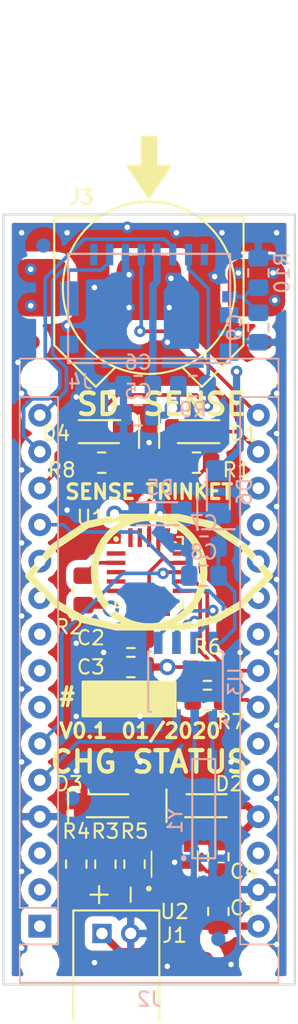
<source format=kicad_pcb>
(kicad_pcb (version 20171130) (host pcbnew 5.0.2-bee76a0~70~ubuntu18.04.1)
  (layers (0 F.Cu signal) (1 In1.Cu signal hide) (2 In2.Cu signal hide) (31 B.Cu signal hide) (34 B.Paste user hide) (35 F.Paste user hide) (36 B.SilkS user) (37 F.SilkS user) (38 B.Mask user hide) (39 F.Mask user hide) (44 Edge.Cuts user hide))
  (net 0 "")
  (net 1 "Net-(J4-Pad1)")
  (net 2 /SD_CS_N)
  (net 3 /SPI_MOSI)
  (net 4 +3V3)
  (net 5 /SPI_SCK)
  (net 6 GND)
  (net 7 /SPI_MISO)
  (net 8 "Net-(J4-Pad8)")
  (net 9 "Net-(C9-Pad1)")
  (net 10 "Net-(U3-Pad1)")
  (net 11 "Net-(U3-Pad2)")
  (net 12 +BATT)
  (net 13 "Net-(R2-Pad2)")
  (net 14 "Net-(D1-Pad1)")
  (net 15 "Net-(R1-Pad1)")
  (net 16 "Net-(R3-Pad1)")
  (net 17 "Net-(D2-Pad1)")
  (net 18 "Net-(D3-Pad2)")
  (net 19 "Net-(R5-Pad1)")
  (net 20 /I2C_SDA)
  (net 21 /I2C_SCL)
  (net 22 "Net-(D4-Pad1)")
  (net 23 "Net-(C7-Pad1)")
  (net 24 VBUS)
  (net 25 /RTC_INT_N)
  (net 26 /RTC_CLK)
  (net 27 "Net-(U1-Pad1)")
  (net 28 "Net-(U1-Pad3)")
  (net 29 "Net-(U1-Pad4)")
  (net 30 "Net-(U1-Pad5)")
  (net 31 "Net-(U1-Pad6)")
  (net 32 "Net-(U1-Pad7)")
  (net 33 "Net-(U1-Pad9)")
  (net 34 "Net-(U1-Pad10)")
  (net 35 /AS7262_INT)
  (net 36 "Net-(U1-Pad15)")
  (net 37 "Net-(U1-Pad19)")
  (net 38 "Net-(U1-Pad20)")
  (net 39 "Net-(J2-Pad1)")
  (net 40 "Net-(J2-Pad2)")
  (net 41 "Net-(J2-Pad18)")
  (net 42 "Net-(J2-Pad3)")
  (net 43 "Net-(J2-Pad19)")
  (net 44 "Net-(J2-Pad20)")
  (net 45 "Net-(J2-Pad21)")
  (net 46 "Net-(J2-Pad22)")
  (net 47 "Net-(J2-Pad7)")
  (net 48 "Net-(J2-Pad8)")
  (net 49 "Net-(J2-Pad9)")
  (net 50 "Net-(J2-Pad25)")
  (net 51 "Net-(J2-Pad10)")
  (net 52 "Net-(J2-Pad26)")
  (net 53 "Net-(J2-Pad11)")
  (net 54 "Net-(J2-Pad28)")
  (net 55 /VBATT_BACKUP)
  (module common:SOIC-8_3.9x4.9mm_P1.27mm (layer B.Cu) (at 83.82 83.312 90)
    (fp_text reference U3 (at 0 3.5 90) (layer B.SilkS) (effects (justify mirror)))
    (fp_text value PCF85063AT hide)
    (pad 8 smd rect (at 2.7 1.905 90) (size 1.55 0.6) (layers B.Cu B.Paste B.Mask) (net 23 "Net-(C7-Pad1)"))
    (pad 7 smd rect (at 2.7 0.635 90) (size 1.55 0.6) (layers B.Cu B.Paste B.Mask) (net 26 /RTC_CLK))
    (pad 6 smd rect (at 2.7 -0.635 90) (size 1.55 0.6) (layers B.Cu B.Paste B.Mask) (net 21 /I2C_SCL))
    (pad 5 smd rect (at 2.7 -1.905 90) (size 1.55 0.6) (layers B.Cu B.Paste B.Mask) (net 20 /I2C_SDA))
    (pad 4 smd rect (at -2.7 -1.905 90) (size 1.55 0.6) (layers B.Cu B.Paste B.Mask) (net 6 GND))
    (pad 3 smd rect (at -2.7 -0.635 90) (size 1.55 0.6) (layers B.Cu B.Paste B.Mask) (net 25 /RTC_INT_N))
    (pad 2 smd rect (at -2.7 0.635 90) (size 1.55 0.6) (layers B.Cu B.Paste B.Mask) (net 11 "Net-(U3-Pad2)"))
    (pad 1 smd rect (at -2.7 1.905 90) (size 1.55 0.6) (layers B.Cu B.Paste B.Mask) (net 10 "Net-(U3-Pad1)"))
  )
  (module sense-trinket:sd_molex_1051620001 (layer B.Cu) (at 81.28 53.34)
    (fp_text reference J4 (at -4.8 9.1) (layer B.SilkS) (effects (justify mirror)))
    (fp_text value Micro_SD_Card hide)
    (pad "" smd rect (at 2.345 7.735) (size 2.91 0.8) (layers B.Cu B.Paste B.Mask))
    (pad "" smd rect (at -1.845 7.735) (size 2.91 0.8) (layers B.Cu B.Paste B.Mask))
    (pad 9 smd rect (at 5.62 3.18) (size 1.05 0.78) (layers B.Cu B.Paste B.Mask) (net 9 "Net-(C9-Pad1)"))
    (pad "" smd rect (at 5.575 4.45) (size 1.3 1.08) (layers B.Cu B.Paste B.Mask))
    (pad "" smd rect (at 5.575 7.035) (size 1.3 1.2) (layers B.Cu B.Paste B.Mask))
    (pad "" smd rect (at -5.575 6.49) (size 1.3 1.2) (layers B.Cu B.Paste B.Mask))
    (pad "" smd rect (at -5.575 3.305) (size 1.3 2.39) (layers B.Cu B.Paste B.Mask))
    (pad 8 smd rect (at -3.85 0.25) (size 0.5 1.5) (layers B.Cu B.Paste B.Mask) (net 8 "Net-(J4-Pad8)"))
    (pad 7 smd rect (at -2.75 0.25) (size 0.5 1.5) (layers B.Cu B.Paste B.Mask) (net 7 /SPI_MISO))
    (pad 6 smd rect (at -1.65 0.25) (size 0.5 1.5) (layers B.Cu B.Paste B.Mask) (net 6 GND))
    (pad 5 smd rect (at -0.55 0.25) (size 0.5 1.5) (layers B.Cu B.Paste B.Mask) (net 5 /SPI_SCK))
    (pad 4 smd rect (at 0.55 0.25) (size 0.5 1.5) (layers B.Cu B.Paste B.Mask) (net 4 +3V3))
    (pad 3 smd rect (at 1.65 0.25) (size 0.5 1.5) (layers B.Cu B.Paste B.Mask) (net 3 /SPI_MOSI))
    (pad 2 smd rect (at 2.75 0.25) (size 0.5 1.5) (layers B.Cu B.Paste B.Mask) (net 2 /SD_CS_N))
    (pad 1 smd rect (at 3.85 0.25) (size 0.5 1.5) (layers B.Cu B.Paste B.Mask) (net 1 "Net-(J4-Pad1)"))
  )
  (module sense-trinket:COIN_CELL_S8201R (layer F.Cu) (at 81.264 55.896)
    (fp_text reference J3 (at -4.7 -6.3) (layer F.SilkS))
    (fp_text value BattRetainer hide)
    (pad 3 smd roundrect (at 0 0) (size 4.5 4.5) (layers F.Cu F.Paste F.Mask) (net 6 GND))
    (pad 2 smd roundrect (at 7.5 0) (size 4 4) (layers F.Cu F.Paste F.Mask) (net 55 /VBATT_BACKUP))
    (pad 1 smd roundrect (at -7.5 0) (size 4 4) (layers F.Cu F.Paste F.Mask) (net 55 /VBATT_BACKUP))
  )
  (module Module:Arduino_Nano (layer B.Cu) (at 73.66 100.33)
    (fp_text reference J2 (at 7.62 5.08) (layer B.SilkS) (effects (justify mirror)))
    (fp_text value Arduino_Nano_ble_v3.x)
    (pad 16 thru_hole oval (at 15.24 -35.56) (size 1.6 1.6) (drill 0.8) (layers *.Cu *.Mask) (net 5 /SPI_SCK))
    (pad 15 thru_hole oval (at 0 -35.56) (size 1.6 1.6) (drill 0.8) (layers *.Cu *.Mask) (net 7 /SPI_MISO))
    (pad 30 thru_hole oval (at 15.24 0) (size 1.6 1.6) (drill 0.8) (layers *.Cu *.Mask) (net 12 +BATT))
    (pad 14 thru_hole oval (at 0 -33.02) (size 1.6 1.6) (drill 0.8) (layers *.Cu *.Mask) (net 3 /SPI_MOSI))
    (pad 29 thru_hole oval (at 15.24 -2.54) (size 1.6 1.6) (drill 0.8) (layers *.Cu *.Mask) (net 6 GND))
    (pad 13 thru_hole oval (at 0 -30.48) (size 1.6 1.6) (drill 0.8) (layers *.Cu *.Mask) (net 2 /SD_CS_N))
    (pad 28 thru_hole oval (at 15.24 -5.08) (size 1.6 1.6) (drill 0.8) (layers *.Cu *.Mask) (net 54 "Net-(J2-Pad28)"))
    (pad 12 thru_hole oval (at 0 -27.94) (size 1.6 1.6) (drill 0.8) (layers *.Cu *.Mask) (net 26 /RTC_CLK))
    (pad 27 thru_hole oval (at 15.24 -7.62) (size 1.6 1.6) (drill 0.8) (layers *.Cu *.Mask) (net 24 VBUS))
    (pad 11 thru_hole oval (at 0 -25.4) (size 1.6 1.6) (drill 0.8) (layers *.Cu *.Mask) (net 53 "Net-(J2-Pad11)"))
    (pad 26 thru_hole oval (at 15.24 -10.16) (size 1.6 1.6) (drill 0.8) (layers *.Cu *.Mask) (net 52 "Net-(J2-Pad26)"))
    (pad 10 thru_hole oval (at 0 -22.86) (size 1.6 1.6) (drill 0.8) (layers *.Cu *.Mask) (net 51 "Net-(J2-Pad10)"))
    (pad 25 thru_hole oval (at 15.24 -12.7) (size 1.6 1.6) (drill 0.8) (layers *.Cu *.Mask) (net 50 "Net-(J2-Pad25)"))
    (pad 9 thru_hole oval (at 0 -20.32) (size 1.6 1.6) (drill 0.8) (layers *.Cu *.Mask) (net 49 "Net-(J2-Pad9)"))
    (pad 24 thru_hole oval (at 15.24 -15.24) (size 1.6 1.6) (drill 0.8) (layers *.Cu *.Mask) (net 21 /I2C_SCL))
    (pad 8 thru_hole oval (at 0 -17.78) (size 1.6 1.6) (drill 0.8) (layers *.Cu *.Mask) (net 48 "Net-(J2-Pad8)"))
    (pad 23 thru_hole oval (at 15.24 -17.78) (size 1.6 1.6) (drill 0.8) (layers *.Cu *.Mask) (net 20 /I2C_SDA))
    (pad 7 thru_hole oval (at 0 -15.24) (size 1.6 1.6) (drill 0.8) (layers *.Cu *.Mask) (net 47 "Net-(J2-Pad7)"))
    (pad 22 thru_hole oval (at 15.24 -20.32) (size 1.6 1.6) (drill 0.8) (layers *.Cu *.Mask) (net 46 "Net-(J2-Pad22)"))
    (pad 6 thru_hole oval (at 0 -12.7) (size 1.6 1.6) (drill 0.8) (layers *.Cu *.Mask) (net 35 /AS7262_INT))
    (pad 21 thru_hole oval (at 15.24 -22.86) (size 1.6 1.6) (drill 0.8) (layers *.Cu *.Mask) (net 45 "Net-(J2-Pad21)"))
    (pad 5 thru_hole oval (at 0 -10.16) (size 1.6 1.6) (drill 0.8) (layers *.Cu *.Mask) (net 25 /RTC_INT_N))
    (pad 20 thru_hole oval (at 15.24 -25.4) (size 1.6 1.6) (drill 0.8) (layers *.Cu *.Mask) (net 44 "Net-(J2-Pad20)"))
    (pad 4 thru_hole oval (at 0 -7.62) (size 1.6 1.6) (drill 0.8) (layers *.Cu *.Mask) (net 6 GND))
    (pad 19 thru_hole oval (at 15.24 -27.94) (size 1.6 1.6) (drill 0.8) (layers *.Cu *.Mask) (net 43 "Net-(J2-Pad19)"))
    (pad 3 thru_hole oval (at 0 -5.08) (size 1.6 1.6) (drill 0.8) (layers *.Cu *.Mask) (net 42 "Net-(J2-Pad3)"))
    (pad 18 thru_hole oval (at 15.24 -30.48) (size 1.6 1.6) (drill 0.8) (layers *.Cu *.Mask) (net 41 "Net-(J2-Pad18)"))
    (pad 2 thru_hole oval (at 0 -2.54) (size 1.6 1.6) (drill 0.8) (layers *.Cu *.Mask) (net 40 "Net-(J2-Pad2)"))
    (pad 17 thru_hole oval (at 15.24 -33.02) (size 1.6 1.6) (drill 0.8) (layers *.Cu *.Mask) (net 4 +3V3))
    (pad 1 thru_hole rect (at 0 0) (size 1.6 1.6) (drill 0.8) (layers *.Cu *.Mask) (net 39 "Net-(J2-Pad1)"))
  )
  (module common:AMS_LGA-20_4.7x4.5mm_P0.65mm_handsolder (layer F.Cu) (at 81.28 75.692)
    (fp_text reference U1 (at -4.064 -3.81) (layer F.SilkS))
    (fp_text value AS7262 hide)
    (pad 20 smd rect (at -1.3 -2.4) (size 0.3 1.3) (layers F.Cu F.Paste F.Mask) (net 38 "Net-(U1-Pad20)"))
    (pad 19 smd rect (at -0.65 -2.4) (size 0.3 1.3) (layers F.Cu F.Paste F.Mask) (net 37 "Net-(U1-Pad19)"))
    (pad 18 smd rect (at 0 -2.4) (size 0.3 1.3) (layers F.Cu F.Paste F.Mask) (net 15 "Net-(R1-Pad1)"))
    (pad 17 smd rect (at 0.65 -2.4) (size 0.3 1.3) (layers F.Cu F.Paste F.Mask) (net 4 +3V3))
    (pad 16 smd rect (at 1.3 -2.4) (size 0.3 1.3) (layers F.Cu F.Paste F.Mask) (net 6 GND))
    (pad 15 smd rect (at 2.3 -1.3 90) (size 0.3 1.3) (layers F.Cu F.Paste F.Mask) (net 36 "Net-(U1-Pad15)"))
    (pad 14 smd rect (at 2.3 -0.65 90) (size 0.3 1.3) (layers F.Cu F.Paste F.Mask) (net 4 +3V3))
    (pad 13 smd rect (at 2.3 0 90) (size 0.3 1.3) (layers F.Cu F.Paste F.Mask) (net 35 /AS7262_INT))
    (pad 12 smd rect (at 2.3 0.65 90) (size 0.3 1.3) (layers F.Cu F.Paste F.Mask) (net 20 /I2C_SDA))
    (pad 11 smd rect (at 2.3 1.3 90) (size 0.3 1.3) (layers F.Cu F.Paste F.Mask) (net 21 /I2C_SCL))
    (pad 10 smd rect (at 1.3 2.4) (size 0.3 1.3) (layers F.Cu F.Paste F.Mask) (net 34 "Net-(U1-Pad10)"))
    (pad 9 smd rect (at 0.65 2.4) (size 0.3 1.3) (layers F.Cu F.Paste F.Mask) (net 33 "Net-(U1-Pad9)"))
    (pad 8 smd rect (at 0 2.4) (size 0.3 1.3) (layers F.Cu F.Paste F.Mask) (net 4 +3V3))
    (pad 7 smd rect (at -0.65 2.4) (size 0.3 1.3) (layers F.Cu F.Paste F.Mask) (net 32 "Net-(U1-Pad7)"))
    (pad 6 smd rect (at -1.3 2.4) (size 0.3 1.3) (layers F.Cu F.Paste F.Mask) (net 31 "Net-(U1-Pad6)"))
    (pad 5 smd rect (at -2.3 1.3 90) (size 0.3 1.3) (layers F.Cu F.Paste F.Mask) (net 30 "Net-(U1-Pad5)"))
    (pad 4 smd rect (at -2.3 0.65 90) (size 0.3 1.3) (layers F.Cu F.Paste F.Mask) (net 29 "Net-(U1-Pad4)"))
    (pad 3 smd rect (at -2.3 0 90) (size 0.3 1.3) (layers F.Cu F.Paste F.Mask) (net 28 "Net-(U1-Pad3)"))
    (pad 2 smd rect (at -2.3 -0.65 90) (size 0.3 1.3) (layers F.Cu F.Paste F.Mask) (net 13 "Net-(R2-Pad2)"))
    (pad 1 smd rect (at -2.3 -1.3 90) (size 0.3 1.3) (layers F.Cu F.Paste F.Mask) (net 27 "Net-(U1-Pad1)"))
  )
  (module common:SOT-23-5_HandSoldering (layer F.Cu) (at 83.058 96.012 90)
    (fp_text reference U2 (at -3.302 0 180) (layer F.SilkS))
    (fp_text value MCP73831-2-OT)
    (pad 5 smd rect (at 1.6 -0.95 90) (size 1.5 0.65) (layers F.Cu F.Paste F.Mask) (net 19 "Net-(R5-Pad1)"))
    (pad 4 smd rect (at 1.6 0.95 90) (size 1.5 0.65) (layers F.Cu F.Paste F.Mask) (net 24 VBUS))
    (pad 3 smd rect (at -1.6 0.95 90) (size 1.5 0.65) (layers F.Cu F.Paste F.Mask) (net 12 +BATT))
    (pad 2 smd rect (at -1.6 0 90) (size 1.5 0.65) (layers F.Cu F.Paste F.Mask) (net 6 GND))
    (pad 1 smd rect (at -1.6 -0.95 90) (size 1.5 0.65) (layers F.Cu F.Paste F.Mask) (net 16 "Net-(R3-Pad1)"))
  )
  (module passives:C_0805_2012Metric_Pad1.15x1.40mm_HandSolder (layer F.Cu) (at 86.106 99.314 90)
    (fp_text reference C1 (at 0.254 1.778 180) (layer F.SilkS))
    (fp_text value 10u hide)
    (pad 2 smd roundrect (at 1.025 0 90) (size 1.15 1.4) (layers F.Cu F.Paste F.Mask) (roundrect_rratio 0.217391) (net 6 GND))
    (pad 1 smd roundrect (at -1.025 0 90) (size 1.15 1.4) (layers F.Cu F.Paste F.Mask) (roundrect_rratio 0.217391) (net 12 +BATT))
  )
  (module passives:C_0805_2012Metric_Pad1.15x1.40mm_HandSolder (layer F.Cu) (at 80.01 82.296 180)
    (fp_text reference C3 (at 2.794 0 180) (layer F.SilkS))
    (fp_text value 10u hide)
    (pad 2 smd roundrect (at 1.025 0 180) (size 1.15 1.4) (layers F.Cu F.Paste F.Mask) (roundrect_rratio 0.217391) (net 6 GND))
    (pad 1 smd roundrect (at -1.025 0 180) (size 1.15 1.4) (layers F.Cu F.Paste F.Mask) (roundrect_rratio 0.217391) (net 4 +3V3))
  )
  (module passives:C_0805_2012Metric_Pad1.15x1.40mm_HandSolder (layer F.Cu) (at 86.106 95.504 90)
    (fp_text reference C4 (at -1.016 1.778 180) (layer F.SilkS))
    (fp_text value 10u hide)
    (pad 2 smd roundrect (at 1.025 0 90) (size 1.15 1.4) (layers F.Cu F.Paste F.Mask) (roundrect_rratio 0.217391) (net 24 VBUS))
    (pad 1 smd roundrect (at -1.025 0 90) (size 1.15 1.4) (layers F.Cu F.Paste F.Mask) (roundrect_rratio 0.217391) (net 6 GND))
  )
  (module passives:C_0805_2012Metric_Pad1.15x1.40mm_HandSolder (layer B.Cu) (at 80.518 64.77 180)
    (fp_text reference C5 (at 0 1.65 180) (layer B.SilkS) (effects (justify mirror)))
    (fp_text value 10u hide)
    (pad 2 smd roundrect (at 1.025 0 180) (size 1.15 1.4) (layers B.Cu B.Paste B.Mask) (roundrect_rratio 0.217391) (net 6 GND))
    (pad 1 smd roundrect (at -1.025 0 180) (size 1.15 1.4) (layers B.Cu B.Paste B.Mask) (roundrect_rratio 0.217391) (net 4 +3V3))
  )
  (module passives:C_0805_2012Metric_Pad1.15x1.40mm_HandSolder (layer B.Cu) (at 80.518 62.738 180)
    (fp_text reference C6 (at 0 1.65 180) (layer B.SilkS) (effects (justify mirror)))
    (fp_text value 0.1u hide)
    (pad 2 smd roundrect (at 1.025 0 180) (size 1.15 1.4) (layers B.Cu B.Paste B.Mask) (roundrect_rratio 0.217391) (net 6 GND))
    (pad 1 smd roundrect (at -1.025 0 180) (size 1.15 1.4) (layers B.Cu B.Paste B.Mask) (roundrect_rratio 0.217391) (net 4 +3V3))
  )
  (module passives:C_0805_2012Metric_Pad1.15x1.40mm_HandSolder (layer B.Cu) (at 85.099 73.914 180)
    (fp_text reference C7 (at 0 1.65 180) (layer B.SilkS) (effects (justify mirror)))
    (fp_text value 0.1u hide)
    (pad 2 smd roundrect (at 1.025 0 180) (size 1.15 1.4) (layers B.Cu B.Paste B.Mask) (roundrect_rratio 0.217391) (net 6 GND))
    (pad 1 smd roundrect (at -1.025 0 180) (size 1.15 1.4) (layers B.Cu B.Paste B.Mask) (roundrect_rratio 0.217391) (net 23 "Net-(C7-Pad1)"))
  )
  (module passives:C_0805_2012Metric_Pad1.15x1.40mm_HandSolder (layer B.Cu) (at 85.099 75.946 180)
    (fp_text reference C8 (at 0 1.65 180) (layer B.SilkS) (effects (justify mirror)))
    (fp_text value 10u hide)
    (pad 2 smd roundrect (at 1.025 0 180) (size 1.15 1.4) (layers B.Cu B.Paste B.Mask) (roundrect_rratio 0.217391) (net 6 GND))
    (pad 1 smd roundrect (at -1.025 0 180) (size 1.15 1.4) (layers B.Cu B.Paste B.Mask) (roundrect_rratio 0.217391) (net 23 "Net-(C7-Pad1)"))
  )
  (module passives:C_0805_2012Metric_Pad1.15x1.40mm_HandSolder (layer B.Cu) (at 88.9 58.665 270)
    (fp_text reference C9 (at 0 1.65 270) (layer B.SilkS) (effects (justify mirror)))
    (fp_text value DNP hide)
    (pad 2 smd roundrect (at 1.025 0 270) (size 1.15 1.4) (layers B.Cu B.Paste B.Mask) (roundrect_rratio 0.217391) (net 6 GND))
    (pad 1 smd roundrect (at -1.025 0 270) (size 1.15 1.4) (layers B.Cu B.Paste B.Mask) (roundrect_rratio 0.217391) (net 9 "Net-(C9-Pad1)"))
  )
  (module passives:C_0805_2012Metric_Pad1.15x1.40mm_HandSolder (layer F.Cu) (at 80.01 80.264 180)
    (fp_text reference C2 (at 2.794 0 180) (layer F.SilkS))
    (fp_text value 0.1u hide)
    (pad 2 smd roundrect (at 1.025 0 180) (size 1.15 1.4) (layers F.Cu F.Paste F.Mask) (roundrect_rratio 0.217391) (net 6 GND))
    (pad 1 smd roundrect (at -1.025 0 180) (size 1.15 1.4) (layers F.Cu F.Paste F.Mask) (roundrect_rratio 0.217391) (net 4 +3V3))
  )
  (module passives:LED_1206_3216Metric_Pad1.42x1.75mm_HandSolder (layer F.Cu) (at 84.582 65.913)
    (fp_text reference D1 (at 3.302 0.127) (layer F.SilkS))
    (fp_text value LED hide)
    (pad 2 smd roundrect (at 1.4875 0) (size 1.425 1.75) (layers F.Cu F.Paste F.Mask) (roundrect_rratio 0.175439) (net 4 +3V3))
    (pad 1 smd roundrect (at -1.4875 0) (size 1.425 1.75) (layers F.Cu F.Paste F.Mask) (roundrect_rratio 0.175439) (net 14 "Net-(D1-Pad1)"))
  )
  (module passives:LED_1206_3216Metric_Pad1.42x1.75mm_HandSolder (layer F.Cu) (at 85.09 91.948)
    (fp_text reference D2 (at 1.778 -1.524) (layer F.SilkS))
    (fp_text value LED hide)
    (pad 2 smd roundrect (at 1.4875 0) (size 1.425 1.75) (layers F.Cu F.Paste F.Mask) (roundrect_rratio 0.175439) (net 24 VBUS))
    (pad 1 smd roundrect (at -1.4875 0) (size 1.425 1.75) (layers F.Cu F.Paste F.Mask) (roundrect_rratio 0.175439) (net 17 "Net-(D2-Pad1)"))
  )
  (module passives:LED_1206_3216Metric_Pad1.42x1.75mm_HandSolder (layer F.Cu) (at 77.978 65.913 180)
    (fp_text reference D4 (at 3.175 -0.127 180) (layer F.SilkS))
    (fp_text value LED hide)
    (pad 2 smd roundrect (at 1.4875 0 180) (size 1.425 1.75) (layers F.Cu F.Paste F.Mask) (roundrect_rratio 0.175439) (net 2 /SD_CS_N))
    (pad 1 smd roundrect (at -1.4875 0 180) (size 1.425 1.75) (layers F.Cu F.Paste F.Mask) (roundrect_rratio 0.175439) (net 22 "Net-(D4-Pad1)"))
  )
  (module passives:LED_1206_3216Metric_Pad1.42x1.75mm_HandSolder (layer F.Cu) (at 78.232 91.948)
    (fp_text reference D3 (at -2.54 -1.524) (layer F.SilkS))
    (fp_text value LED hide)
    (pad 2 smd roundrect (at 1.4875 0) (size 1.425 1.75) (layers F.Cu F.Paste F.Mask) (roundrect_rratio 0.175439) (net 18 "Net-(D3-Pad2)"))
    (pad 1 smd roundrect (at -1.4875 0) (size 1.425 1.75) (layers F.Cu F.Paste F.Mask) (roundrect_rratio 0.175439) (net 6 GND))
  )
  (module passives:LED_1206_3216Metric_Pad1.42x1.75mm_HandSolder (layer B.Cu) (at 82.042 71.628 180)
    (fp_text reference D5 (at 0 1.82 180) (layer B.SilkS) (effects (justify mirror)))
    (fp_text value D hide)
    (pad 2 smd roundrect (at 1.4875 0 180) (size 1.425 1.75) (layers B.Cu B.Paste B.Mask) (roundrect_rratio 0.175439) (net 4 +3V3))
    (pad 1 smd roundrect (at -1.4875 0 180) (size 1.425 1.75) (layers B.Cu B.Paste B.Mask) (roundrect_rratio 0.175439) (net 23 "Net-(C7-Pad1)"))
  )
  (module passives:LED_1206_3216Metric_Pad1.42x1.75mm_HandSolder (layer B.Cu) (at 86.106 70.104 90)
    (fp_text reference D6 (at 0 1.82 90) (layer B.SilkS) (effects (justify mirror)))
    (fp_text value D hide)
    (pad 2 smd roundrect (at 1.4875 0 90) (size 1.425 1.75) (layers B.Cu B.Paste B.Mask) (roundrect_rratio 0.175439) (net 55 /VBATT_BACKUP))
    (pad 1 smd roundrect (at -1.4875 0 90) (size 1.425 1.75) (layers B.Cu B.Paste B.Mask) (roundrect_rratio 0.175439) (net 23 "Net-(C7-Pad1)"))
  )
  (module passives:R_0805_2012Metric_Pad1.15x1.40mm_HandSolder (layer B.Cu) (at 88.9 54.864 90)
    (fp_text reference R10 (at 0 1.65 90) (layer B.SilkS) (effects (justify mirror)))
    (fp_text value 0 hide)
    (pad 2 smd roundrect (at 1.025 0 90) (size 1.15 1.4) (layers B.Cu B.Paste B.Mask) (roundrect_rratio 0.217391) (net 6 GND))
    (pad 1 smd roundrect (at -1.025 0 90) (size 1.15 1.4) (layers B.Cu B.Paste B.Mask) (roundrect_rratio 0.217391) (net 9 "Net-(C9-Pad1)"))
  )
  (module passives:R_0805_2012Metric_Pad1.15x1.40mm_HandSolder (layer B.Cu) (at 84.337 62.738)
    (fp_text reference R9 (at 0 1.65) (layer B.SilkS) (effects (justify mirror)))
    (fp_text value 100k hide)
    (pad 2 smd roundrect (at 1.025 0) (size 1.15 1.4) (layers B.Cu B.Paste B.Mask) (roundrect_rratio 0.217391) (net 2 /SD_CS_N))
    (pad 1 smd roundrect (at -1.025 0) (size 1.15 1.4) (layers B.Cu B.Paste B.Mask) (roundrect_rratio 0.217391) (net 4 +3V3))
  )
  (module passives:R_0805_2012Metric_Pad1.15x1.40mm_HandSolder (layer F.Cu) (at 77.978 68.072 180)
    (fp_text reference R8 (at 2.794 -0.508 180) (layer F.SilkS))
    (fp_text value 100k hide)
    (pad 2 smd roundrect (at 1.025 0 180) (size 1.15 1.4) (layers F.Cu F.Paste F.Mask) (roundrect_rratio 0.217391) (net 6 GND))
    (pad 1 smd roundrect (at -1.025 0 180) (size 1.15 1.4) (layers F.Cu F.Paste F.Mask) (roundrect_rratio 0.217391) (net 22 "Net-(D4-Pad1)"))
  )
  (module passives:R_0805_2012Metric_Pad1.15x1.40mm_HandSolder (layer F.Cu) (at 85.344 84.582)
    (fp_text reference R7 (at 1.651 1.524) (layer F.SilkS))
    (fp_text value 5.0k hide)
    (pad 2 smd roundrect (at 1.025 0) (size 1.15 1.4) (layers F.Cu F.Paste F.Mask) (roundrect_rratio 0.217391) (net 21 /I2C_SCL))
    (pad 1 smd roundrect (at -1.025 0) (size 1.15 1.4) (layers F.Cu F.Paste F.Mask) (roundrect_rratio 0.217391) (net 4 +3V3))
  )
  (module passives:R_0805_2012Metric_Pad1.15x1.40mm_HandSolder (layer F.Cu) (at 85.344 82.55)
    (fp_text reference R6 (at 0 -1.65) (layer F.SilkS))
    (fp_text value 5.0k hide)
    (pad 2 smd roundrect (at 1.025 0) (size 1.15 1.4) (layers F.Cu F.Paste F.Mask) (roundrect_rratio 0.217391) (net 20 /I2C_SDA))
    (pad 1 smd roundrect (at -1.025 0) (size 1.15 1.4) (layers F.Cu F.Paste F.Mask) (roundrect_rratio 0.217391) (net 4 +3V3))
  )
  (module passives:R_0805_2012Metric_Pad1.15x1.40mm_HandSolder (layer F.Cu) (at 80.264 96.012 270)
    (fp_text reference R5 (at -2.286 0) (layer F.SilkS))
    (fp_text value 5.0k hide)
    (pad 2 smd roundrect (at 1.025 0 270) (size 1.15 1.4) (layers F.Cu F.Paste F.Mask) (roundrect_rratio 0.217391) (net 6 GND))
    (pad 1 smd roundrect (at -1.025 0 270) (size 1.15 1.4) (layers F.Cu F.Paste F.Mask) (roundrect_rratio 0.217391) (net 19 "Net-(R5-Pad1)"))
  )
  (module passives:R_0805_2012Metric_Pad1.15x1.40mm_HandSolder (layer F.Cu) (at 76.2 96.012 90)
    (fp_text reference R4 (at 2.286 0 180) (layer F.SilkS))
    (fp_text value R_US hide)
    (pad 2 smd roundrect (at 1.025 0 90) (size 1.15 1.4) (layers F.Cu F.Paste F.Mask) (roundrect_rratio 0.217391) (net 18 "Net-(D3-Pad2)"))
    (pad 1 smd roundrect (at -1.025 0 90) (size 1.15 1.4) (layers F.Cu F.Paste F.Mask) (roundrect_rratio 0.217391) (net 16 "Net-(R3-Pad1)"))
  )
  (module passives:R_0805_2012Metric_Pad1.15x1.40mm_HandSolder (layer F.Cu) (at 78.232 96.012 90)
    (fp_text reference R3 (at 2.286 0 180) (layer F.SilkS))
    (fp_text value R_US hide)
    (pad 2 smd roundrect (at 1.025 0 90) (size 1.15 1.4) (layers F.Cu F.Paste F.Mask) (roundrect_rratio 0.217391) (net 17 "Net-(D2-Pad1)"))
    (pad 1 smd roundrect (at -1.025 0 90) (size 1.15 1.4) (layers F.Cu F.Paste F.Mask) (roundrect_rratio 0.217391) (net 16 "Net-(R3-Pad1)"))
  )
  (module passives:R_0805_2012Metric_Pad1.15x1.40mm_HandSolder (layer F.Cu) (at 84.582 68.072 180)
    (fp_text reference R1 (at -2.794 -0.508 180) (layer F.SilkS))
    (fp_text value R_US hide)
    (pad 2 smd roundrect (at 1.025 0 180) (size 1.15 1.4) (layers F.Cu F.Paste F.Mask) (roundrect_rratio 0.217391) (net 14 "Net-(D1-Pad1)"))
    (pad 1 smd roundrect (at -1.025 0 180) (size 1.15 1.4) (layers F.Cu F.Paste F.Mask) (roundrect_rratio 0.217391) (net 15 "Net-(R1-Pad1)"))
  )
  (module passives:R_0805_2012Metric_Pad1.15x1.40mm_HandSolder (layer F.Cu) (at 76.708 76.962 90)
    (fp_text reference R2 (at -2.54 -1.016 180) (layer F.SilkS))
    (fp_text value 10k hide)
    (pad 2 smd roundrect (at 1.025 0 90) (size 1.15 1.4) (layers F.Cu F.Paste F.Mask) (roundrect_rratio 0.217391) (net 13 "Net-(R2-Pad2)"))
    (pad 1 smd roundrect (at -1.025 0 90) (size 1.15 1.4) (layers F.Cu F.Paste F.Mask) (roundrect_rratio 0.217391) (net 4 +3V3))
  )
  (module sense-trinket:JST_socket_2pin_horizontal (layer F.Cu) (at 78.994 100.838 90)
    (fp_text reference J1 (at -0.127 4.064 180) (layer F.SilkS))
    (fp_text value Conn_01x02 hide)
    (pad 2 thru_hole oval (at 0 1 90) (size 1.35 1.35) (drill 0.8) (layers *.Cu *.Mask) (net 6 GND))
    (pad 1 thru_hole rect (at 0 -1 90) (size 1.35 1.35) (drill 0.8) (layers *.Cu *.Mask) (net 12 +BATT))
  )
  (module sense-trinket:XTL_4pin_MC-146 (layer B.Cu) (at 85.09 92.202 90)
    (fp_text reference Y1 (at -0.8 -2 -90) (layer B.SilkS) (effects (justify mirror)))
    (fp_text value 32.768k hide)
    (pad 3 smd rect (at 3.4 0.6 90) (size 1.5 0.65) (layers B.Cu B.Paste B.Mask) (net 10 "Net-(U3-Pad1)"))
    (pad 2 smd rect (at 3.4 -0.65 90) (size 1.5 0.65) (layers B.Cu B.Paste B.Mask) (net 11 "Net-(U3-Pad2)"))
    (pad 4 smd rect (at -3.4 0.65 90) (size 1.5 0.65) (layers B.Cu B.Paste B.Mask) (net 6 GND))
    (pad 1 smd rect (at -3.4 -0.65 90) (size 1.5 0.65) (layers B.Cu B.Paste B.Mask) (net 6 GND))
  )
  (module sense-trinket:MountingHole_1.7mm_M1.6 (layer F.Cu) (at 73.66 62.23)
    (fp_text reference REF** hide)
    (fp_text value MountingHole_1.7mm_M1.6)
    (pad "" np_thru_hole circle (at 0 0) (size 1.7 1.7) (drill 1.7) (layers *.Cu *.Mask))
  )
  (module sense-trinket:MountingHole_1.7mm_M1.6 (layer F.Cu) (at 88.9 62.23)
    (fp_text reference REF** hide)
    (fp_text value MountingHole_1.7mm_M1.6)
    (pad "" np_thru_hole circle (at 0 0) (size 1.7 1.7) (drill 1.7) (layers *.Cu *.Mask))
  )
  (module sense-trinket:MountingHole_1.7mm_M1.6 (layer F.Cu) (at 73.66 102.87)
    (fp_text reference REF** hide)
    (fp_text value MountingHole_1.7mm_M1.6)
    (pad "" np_thru_hole circle (at 0 0) (size 1.7 1.7) (drill 1.7) (layers *.Cu *.Mask))
  )
  (module sense-trinket:MountingHole_1.7mm_M1.6 (layer F.Cu) (at 88.9 102.87)
    (fp_text reference REF** hide)
    (fp_text value MountingHole_1.7mm_M1.6)
    (pad "" np_thru_hole circle (at 0 0) (size 1.7 1.7) (drill 1.7) (layers *.Cu *.Mask))
  )
  (module Fiducial:Fiducial_1mm_Dia_2.54mm_Outer_CopperTop (layer F.Cu) (at 85.217 102.616)
    (fp_text reference REF** hide)
    (fp_text value Fiducial_1mm_Dia_2.54mm_Outer_CopperTop)
    (pad "" smd circle (at 0 0) (size 1 1) (layers F.Cu F.Mask) (clearance 0.77))
  )
  (module Fiducial:Fiducial_1mm_Dia_2.54mm_Outer_CopperTop (layer F.Cu) (at 73.152 59.69)
    (fp_text reference REF** hide)
    (fp_text value Fiducial_1mm_Dia_2.54mm_Outer_CopperTop)
    (pad "" smd circle (at 0 0) (size 1 1) (layers F.Cu F.Mask) (clearance 0.77))
  )
  (module Fiducial:Fiducial_1mm_Dia_2.54mm_Outer_CopperTop (layer F.Cu) (at 89.408 59.69)
    (fp_text reference REF** hide)
    (fp_text value Fiducial_1mm_Dia_2.54mm_Outer_CopperTop)
    (pad "" smd circle (at 0 0) (size 1 1) (layers F.Cu F.Mask) (clearance 0.77))
  )
  (module Fiducial:Fiducial_1mm_Dia_2.54mm_Outer_CopperTop (layer B.Cu) (at 86.106 101.219)
    (fp_text reference REF** hide)
    (fp_text value Fiducial_1mm_Dia_2.54mm_Outer_CopperTop)
    (pad "" smd circle (at 0 0) (size 1 1) (layers B.Cu B.Mask) (clearance 0.77))
  )
  (module Fiducial:Fiducial_1mm_Dia_2.54mm_Outer_CopperTop (layer B.Cu) (at 75.946 91.44)
    (fp_text reference REF** hide)
    (fp_text value Fiducial_1mm_Dia_2.54mm_Outer_CopperTop)
    (pad "" smd circle (at 0 0) (size 1 1) (layers B.Cu B.Mask) (clearance 0.77))
  )
  (module Fiducial:Fiducial_1mm_Dia_2.54mm_Outer_CopperTop (layer B.Cu) (at 73.914 52.959)
    (fp_text reference REF** hide)
    (fp_text value Fiducial_1mm_Dia_2.54mm_Outer_CopperTop)
    (pad "" smd circle (at 0 0) (size 1 1) (layers B.Cu B.Mask) (clearance 0.77))
  )
  (gr_line (start 87.884 73.914) (end 89.662 75.946) (layer F.SilkS) (width 0.508))
  (gr_line (start 85.598 72.39) (end 87.884 73.914) (layer F.SilkS) (width 0.508))
  (gr_line (start 83.312 71.882) (end 85.598 72.39) (layer F.SilkS) (width 0.508))
  (gr_line (start 74.676 73.914) (end 72.898 75.946) (layer F.SilkS) (width 0.508))
  (gr_line (start 76.962 72.39) (end 74.676 73.914) (layer F.SilkS) (width 0.508))
  (gr_line (start 79.248 71.882) (end 76.962 72.39) (layer F.SilkS) (width 0.508))
  (gr_line (start 85.852 78.994) (end 83.566 79.502) (layer F.SilkS) (width 0.508))
  (gr_line (start 87.63 77.978) (end 85.852 78.994) (layer F.SilkS) (width 0.508))
  (gr_line (start 89.662 75.946) (end 87.63 77.978) (layer F.SilkS) (width 0.508))
  (gr_line (start 76.708 78.994) (end 78.994 79.502) (layer F.SilkS) (width 0.508))
  (gr_line (start 74.93 77.978) (end 76.708 78.994) (layer F.SilkS) (width 0.508))
  (gr_line (start 72.898 75.946) (end 74.93 77.978) (layer F.SilkS) (width 0.508))
  (gr_line (start 83.566 79.502) (end 78.994 79.502) (layer F.SilkS) (width 0.508))
  (gr_line (start 79.248 71.882) (end 83.312 71.882) (layer F.SilkS) (width 0.508))
  (gr_text "#" (at 75.565 84.328) (layer F.SilkS) (effects (font (size 1.016 1.016) (thickness 0.2286))))
  (gr_poly (pts (xy 76.6445 85.725) (xy 76.6445 83.312) (xy 83.1215 83.312) (xy 83.1215 85.725)) (layer F.SilkS) (width 0.15))
  (gr_text 01/2020 (at 82.804 86.741) (layer F.SilkS) (effects (font (size 1.016 1.016) (thickness 0.2286))))
  (gr_text V0.1 (at 76.708 86.741) (layer F.SilkS) (effects (font (size 1.016 1.016) (thickness 0.2286))))
  (gr_text "SENSE TRINKET" (at 81.28 70.104) (layer F.SilkS) (effects (font (size 1.016 1.016) (thickness 0.2286))))
  (gr_text SENSE (at 84.455 64.008) (layer F.SilkS) (effects (font (size 1.5 1.5) (thickness 0.3))))
  (gr_text SD (at 77.724 64.008) (layer F.SilkS) (effects (font (size 1.5 1.5) (thickness 0.3))))
  (gr_text "CHG STATUS" (at 81.28 88.9) (layer F.SilkS) (effects (font (size 1.5 1.5) (thickness 0.3))))
  (gr_circle (center 81.28 75.692) (end 85.09 75.692) (layer F.SilkS) (width 0.508))
  (gr_line (start 71.12 50.8) (end 71.12 104.394) (layer Edge.Cuts) (width 0.15))
  (gr_line (start 91.44 50.8) (end 71.12 50.8) (layer Edge.Cuts) (width 0.15))
  (gr_line (start 91.44 104.394) (end 91.44 50.8) (layer Edge.Cuts) (width 0.15))
  (gr_line (start 71.12 104.394) (end 91.44 104.394) (layer Edge.Cuts) (width 0.15))
  (via (at 87.503 54.864) (size 0.8128) (drill 0.381) (layers F.Cu B.Cu) (net 55))
  (via (at 90.17 63.246) (size 0.8128) (drill 0.381) (layers F.Cu B.Cu) (net 6))
  (via (at 90.043 56.769) (size 0.8128) (drill 0.381) (layers F.Cu B.Cu) (net 55))
  (via (at 89.916 54.864) (size 0.8128) (drill 0.381) (layers F.Cu B.Cu) (net 55))
  (via (at 73.025 54.61) (size 0.8128) (drill 0.381) (layers F.Cu B.Cu) (net 55))
  (via (at 73.025 57.15) (size 0.8128) (drill 0.381) (layers F.Cu B.Cu) (net 55))
  (via (at 79.883 57.277) (size 0.8128) (drill 0.381) (layers F.Cu B.Cu) (net 6))
  (via (at 79.883 54.991) (size 0.8128) (drill 0.381) (layers F.Cu B.Cu) (net 6))
  (via (at 82.804 55.245) (size 0.8128) (drill 0.381) (layers F.Cu B.Cu) (net 6))
  (via (at 82.677 57.277) (size 0.8128) (drill 0.381) (layers F.Cu B.Cu) (net 6))
  (segment (start 73.66 69.85) (end 74.803 68.707) (width 0.254) (layer F.Cu) (net 2))
  (segment (start 74.803 67.4735) (end 76.4905 65.786) (width 0.254) (layer F.Cu) (net 2))
  (segment (start 74.803 68.707) (end 74.803 67.4735) (width 0.254) (layer F.Cu) (net 2))
  (segment (start 85.362 61.938) (end 85.362 62.738) (width 0.254) (layer B.Cu) (net 2))
  (segment (start 85.410201 61.889799) (end 85.362 61.938) (width 0.254) (layer B.Cu) (net 2))
  (segment (start 84.03 54.594) (end 85.410201 55.974201) (width 0.254) (layer B.Cu) (net 2))
  (segment (start 84.03 53.59) (end 84.03 54.594) (width 0.254) (layer B.Cu) (net 2))
  (segment (start 85.410201 55.974201) (end 85.410201 59.944) (width 0.254) (layer B.Cu) (net 2))
  (segment (start 85.410201 59.944) (end 85.410201 61.889799) (width 0.254) (layer B.Cu) (net 2))
  (via (at 85.344 64.135) (size 0.8128) (drill 0.381) (layers F.Cu B.Cu) (net 2))
  (segment (start 85.362 62.738) (end 85.362 64.117) (width 0.254) (layer B.Cu) (net 2))
  (segment (start 85.362 64.117) (end 85.344 64.135) (width 0.254) (layer B.Cu) (net 2))
  (segment (start 77.261847 65.141653) (end 76.4905 65.913) (width 0.254) (layer F.Cu) (net 2))
  (segment (start 79.043201 63.360299) (end 77.261847 65.141653) (width 0.254) (layer F.Cu) (net 2))
  (segment (start 84.569299 63.360299) (end 79.043201 63.360299) (width 0.254) (layer F.Cu) (net 2))
  (segment (start 85.344 64.135) (end 84.569299 63.360299) (width 0.254) (layer F.Cu) (net 2))
  (segment (start 82.93 53.09) (end 82.93 53.59) (width 0.254) (layer B.Cu) (net 3))
  (segment (start 73.66 67.31) (end 72.529799 66.179799) (width 0.254) (layer B.Cu) (net 3))
  (segment (start 82.349799 52.509799) (end 82.93 53.09) (width 0.254) (layer B.Cu) (net 3))
  (segment (start 76.764609 52.509799) (end 82.349799 52.509799) (width 0.254) (layer B.Cu) (net 3))
  (segment (start 74.168 55.106408) (end 76.764609 52.509799) (width 0.254) (layer B.Cu) (net 3))
  (segment (start 72.529799 64.227503) (end 73.130302 63.627) (width 0.254) (layer B.Cu) (net 3))
  (segment (start 72.529799 66.179799) (end 72.529799 64.227503) (width 0.254) (layer B.Cu) (net 3))
  (segment (start 73.130302 63.627) (end 74.295 63.627) (width 0.254) (layer B.Cu) (net 3))
  (segment (start 74.295 63.627) (end 75.057 62.865) (width 0.254) (layer B.Cu) (net 3))
  (segment (start 74.168 55.106408) (end 74.168 55.118) (width 0.254) (layer B.Cu) (net 3))
  (segment (start 74.168 55.118) (end 74.041 55.245) (width 0.254) (layer B.Cu) (net 3))
  (segment (start 75.057 61.672954) (end 75.057 62.865) (width 0.254) (layer B.Cu) (net 3))
  (segment (start 74.041 60.656954) (end 75.057 61.672954) (width 0.254) (layer B.Cu) (net 3))
  (segment (start 74.041 55.245) (end 74.041 60.656954) (width 0.254) (layer B.Cu) (net 3))
  (via (at 82.55 82.296) (size 1.143) (drill 0.635) (layers F.Cu B.Cu) (net 4))
  (segment (start 81.035 82.296) (end 82.55 82.296) (width 0.508) (layer F.Cu) (net 4))
  (segment (start 81.035 82.296) (end 81.035 80.264) (width 0.508) (layer F.Cu) (net 4))
  (segment (start 81.035 79.464) (end 81.28 79.219) (width 0.508) (layer F.Cu) (net 4))
  (segment (start 81.035 80.264) (end 81.035 79.464) (width 0.508) (layer F.Cu) (net 4))
  (segment (start 81.28 79.219) (end 81.28 78.092) (width 0.254) (layer F.Cu) (net 4))
  (segment (start 84.065 82.296) (end 84.319 82.55) (width 0.254) (layer F.Cu) (net 4))
  (segment (start 82.55 82.296) (end 84.065 82.296) (width 0.254) (layer F.Cu) (net 4))
  (segment (start 84.319 84.582) (end 84.319 82.55) (width 0.254) (layer F.Cu) (net 4))
  (segment (start 81.543 64.77) (end 81.543 62.738) (width 0.508) (layer B.Cu) (net 4))
  (segment (start 81.543 62.738) (end 81.543 55.744) (width 0.508) (layer B.Cu) (net 4))
  (segment (start 81.83 55.457) (end 81.83 53.59) (width 0.508) (layer B.Cu) (net 4))
  (segment (start 81.543 55.744) (end 81.83 55.457) (width 0.508) (layer B.Cu) (net 4))
  (via (at 82.931 64.262) (size 1.143) (drill 0.635) (layers F.Cu B.Cu) (net 4))
  (segment (start 83.312 62.738) (end 83.312 63.881) (width 0.254) (layer B.Cu) (net 4))
  (segment (start 83.312 63.881) (end 82.931 64.262) (width 0.254) (layer B.Cu) (net 4))
  (segment (start 82.423 64.77) (end 82.931 64.262) (width 0.508) (layer B.Cu) (net 4))
  (segment (start 81.543 64.77) (end 82.423 64.77) (width 0.508) (layer B.Cu) (net 4))
  (segment (start 87.503 65.913) (end 86.0695 65.913) (width 0.254) (layer F.Cu) (net 4))
  (segment (start 88.9 67.31) (end 87.503 65.913) (width 0.254) (layer F.Cu) (net 4))
  (segment (start 81.93 74.196) (end 81.93 73.292) (width 0.254) (layer F.Cu) (net 4))
  (segment (start 81.93 74.296) (end 81.93 74.196) (width 0.254) (layer F.Cu) (net 4))
  (segment (start 83.58 75.042) (end 82.676 75.042) (width 0.254) (layer F.Cu) (net 4))
  (segment (start 81.28 75.706) (end 82.31 74.676) (width 0.254) (layer F.Cu) (net 4))
  (segment (start 81.28 78.092) (end 81.28 75.706) (width 0.254) (layer F.Cu) (net 4))
  (segment (start 82.676 75.042) (end 82.31 74.676) (width 0.254) (layer F.Cu) (net 4))
  (segment (start 82.31 74.676) (end 81.93 74.296) (width 0.254) (layer F.Cu) (net 4))
  (via (at 78.613 78.232) (size 1.143) (drill 0.635) (layers F.Cu B.Cu) (net 4))
  (segment (start 76.708 77.987) (end 78.368 77.987) (width 0.508) (layer F.Cu) (net 4))
  (segment (start 78.368 77.987) (end 78.613 78.232) (width 0.508) (layer F.Cu) (net 4))
  (via (at 78.867 71.628) (size 1.143) (drill 0.635) (layers F.Cu B.Cu) (net 4))
  (segment (start 80.5545 71.628) (end 78.867 71.628) (width 0.508) (layer B.Cu) (net 4))
  (via (at 80.645 58.928) (size 0.8128) (drill 0.381) (layers F.Cu B.Cu) (net 5))
  (segment (start 80.73 53.59) (end 80.73 58.843) (width 0.254) (layer B.Cu) (net 5))
  (segment (start 80.73 58.843) (end 80.645 58.928) (width 0.254) (layer B.Cu) (net 5))
  (segment (start 80.645 58.928) (end 83.058 58.928) (width 0.254) (layer F.Cu) (net 5))
  (segment (start 83.058 58.928) (end 88.9 64.77) (width 0.254) (layer F.Cu) (net 5))
  (segment (start 79.63 54.738) (end 79.883 54.991) (width 0.508) (layer B.Cu) (net 6))
  (segment (start 79.63 53.59) (end 79.63 54.738) (width 0.508) (layer B.Cu) (net 6))
  (via (at 82.042 71.628) (size 0.8128) (drill 0.381) (layers F.Cu B.Cu) (net 6))
  (via (at 83.058 95.885) (size 0.8128) (drill 0.381) (layers F.Cu B.Cu) (net 6))
  (segment (start 81.416 95.885) (end 83.058 95.885) (width 0.508) (layer F.Cu) (net 6))
  (segment (start 80.264 97.037) (end 81.416 95.885) (width 0.508) (layer F.Cu) (net 6))
  (segment (start 83.058 97.612) (end 83.058 95.885) (width 0.254) (layer F.Cu) (net 6))
  (segment (start 83.058 97.612) (end 83.058 98.616) (width 0.254) (layer F.Cu) (net 6))
  (segment (start 83.058 98.616) (end 83.058 98.933) (width 0.254) (layer F.Cu) (net 6))
  (segment (start 85.306 96.529) (end 84.789 96.012) (width 0.254) (layer F.Cu) (net 6))
  (segment (start 86.106 96.529) (end 85.306 96.529) (width 0.254) (layer F.Cu) (net 6))
  (segment (start 84.789 96.012) (end 84.328 96.012) (width 0.254) (layer F.Cu) (net 6))
  (via (at 80.645 85.725) (size 0.8128) (drill 0.381) (layers F.Cu B.Cu) (net 6))
  (via (at 76.2 85.725) (size 0.8128) (drill 0.381) (layers F.Cu B.Cu) (net 6))
  (via (at 76.2 80.645) (size 0.8128) (drill 0.381) (layers F.Cu B.Cu) (net 6))
  (via (at 78.105 81.28) (size 0.8128) (drill 0.381) (layers F.Cu B.Cu) (net 6))
  (via (at 76.2 89.535) (size 0.8128) (drill 0.381) (layers F.Cu B.Cu) (net 6))
  (via (at 80.645 88.9) (size 0.8128) (drill 0.381) (layers F.Cu B.Cu) (net 6))
  (via (at 86.995 88.9) (size 0.8128) (drill 0.381) (layers F.Cu B.Cu) (net 6))
  (via (at 87.63 73.66) (size 0.8128) (drill 0.381) (layers F.Cu B.Cu) (net 6))
  (via (at 76.2 63.5) (size 0.8128) (drill 0.381) (layers F.Cu B.Cu) (net 6))
  (via (at 75.565 71.374) (size 0.8128) (drill 0.381) (layers F.Cu B.Cu) (net 6))
  (via (at 81.28 66.675) (size 0.8128) (drill 0.381) (layers F.Cu B.Cu) (net 6))
  (via (at 87.63 81.28) (size 0.8128) (drill 0.381) (layers F.Cu B.Cu) (net 6))
  (via (at 85.852 55.118) (size 0.8128) (drill 0.381) (layers F.Cu B.Cu) (net 6))
  (via (at 72.39 101.854) (size 0.8128) (drill 0.381) (layers F.Cu B.Cu) (net 6))
  (via (at 77.47 102.87) (size 0.8128) (drill 0.381) (layers F.Cu B.Cu) (net 6))
  (via (at 82.55 103.124) (size 0.8128) (drill 0.381) (layers F.Cu B.Cu) (net 6))
  (via (at 90.17 101.6) (size 0.8128) (drill 0.381) (layers F.Cu B.Cu) (net 6))
  (via (at 72.39 96.52) (size 0.8128) (drill 0.381) (layers F.Cu B.Cu) (net 6))
  (via (at 72.39 88.9) (size 0.8128) (drill 0.381) (layers F.Cu B.Cu) (net 6))
  (via (at 72.39 83.82) (size 0.8128) (drill 0.381) (layers F.Cu B.Cu) (net 6))
  (via (at 72.39 78.74) (size 0.8128) (drill 0.381) (layers F.Cu B.Cu) (net 6))
  (via (at 72.39 73.66) (size 0.8128) (drill 0.381) (layers F.Cu B.Cu) (net 6))
  (via (at 72.39 68.58) (size 0.8128) (drill 0.381) (layers F.Cu B.Cu) (net 6))
  (via (at 90.17 96.52) (size 0.8128) (drill 0.381) (layers F.Cu B.Cu) (net 6))
  (via (at 90.17 91.44) (size 0.8128) (drill 0.381) (layers F.Cu B.Cu) (net 6))
  (via (at 90.17 86.36) (size 0.8128) (drill 0.381) (layers F.Cu B.Cu) (net 6))
  (via (at 90.17 81.28) (size 0.8128) (drill 0.381) (layers F.Cu B.Cu) (net 6))
  (via (at 90.17 76.2) (size 0.8128) (drill 0.381) (layers F.Cu B.Cu) (net 6))
  (via (at 90.17 71.12) (size 0.8128) (drill 0.381) (layers F.Cu B.Cu) (net 6))
  (via (at 86.995 102.997) (size 0.8128) (drill 0.381) (layers F.Cu B.Cu) (net 6))
  (via (at 77.47 55.88) (size 0.8128) (drill 0.381) (layers F.Cu B.Cu) (net 6))
  (via (at 72.39 63.246) (size 0.8128) (drill 0.381) (layers F.Cu B.Cu) (net 6))
  (via (at 82.55 59.69) (size 0.8128) (drill 0.381) (layers F.Cu B.Cu) (net 6))
  (via (at 72.136 61.087) (size 0.8128) (drill 0.381) (layers F.Cu B.Cu) (net 6))
  (via (at 75.565 58.547) (size 0.8128) (drill 0.381) (layers F.Cu B.Cu) (net 6))
  (via (at 90.17 66.04) (size 0.8128) (drill 0.381) (layers F.Cu B.Cu) (net 6))
  (via (at 72.39 52.07) (size 0.8128) (drill 0.381) (layers F.Cu B.Cu) (net 6))
  (via (at 75.565 52.07) (size 0.8128) (drill 0.381) (layers F.Cu B.Cu) (net 6))
  (via (at 90.17 52.07) (size 0.8128) (drill 0.381) (layers F.Cu B.Cu) (net 6))
  (via (at 86.36 52.07) (size 0.8128) (drill 0.381) (layers F.Cu B.Cu) (net 6))
  (via (at 83.185 52.07) (size 0.8128) (drill 0.381) (layers F.Cu B.Cu) (net 6))
  (via (at 79.756 51.689) (size 0.8128) (drill 0.381) (layers F.Cu B.Cu) (net 6))
  (via (at 87.503 59.055) (size 0.8128) (drill 0.381) (layers F.Cu B.Cu) (net 6))
  (segment (start 88.138 59.69) (end 87.503 59.055) (width 0.254) (layer B.Cu) (net 6))
  (segment (start 88.9 59.69) (end 88.138 59.69) (width 0.254) (layer B.Cu) (net 6))
  (segment (start 77.949799 54.670201) (end 78.53 54.09) (width 0.254) (layer B.Cu) (net 7))
  (segment (start 73.798592 64.77) (end 75.514209 63.054383) (width 0.254) (layer B.Cu) (net 7))
  (segment (start 78.53 54.09) (end 78.53 53.59) (width 0.254) (layer B.Cu) (net 7))
  (segment (start 73.66 64.77) (end 73.798592 64.77) (width 0.254) (layer B.Cu) (net 7))
  (segment (start 75.514209 63.054383) (end 75.514209 61.483571) (width 0.254) (layer B.Cu) (net 7))
  (segment (start 75.514209 61.483571) (end 74.549 60.518362) (width 0.254) (layer B.Cu) (net 7))
  (segment (start 75.250799 54.670201) (end 77.949799 54.670201) (width 0.254) (layer B.Cu) (net 7))
  (segment (start 74.549 60.518362) (end 74.549 55.372) (width 0.254) (layer B.Cu) (net 7))
  (segment (start 74.549 55.372) (end 75.250799 54.670201) (width 0.254) (layer B.Cu) (net 7))
  (segment (start 88.9 55.889) (end 88.51 55.889) (width 0.254) (layer B.Cu) (net 9))
  (segment (start 88.51 55.889) (end 87.879 56.52) (width 0.254) (layer B.Cu) (net 9))
  (segment (start 88.253628 57.016628) (end 87.757 56.52) (width 0.254) (layer B.Cu) (net 9))
  (segment (start 88.276628 57.016628) (end 88.253628 57.016628) (width 0.254) (layer B.Cu) (net 9))
  (segment (start 88.9 57.64) (end 88.276628 57.016628) (width 0.254) (layer B.Cu) (net 9))
  (segment (start 87.879 56.52) (end 87.757 56.52) (width 0.254) (layer B.Cu) (net 9))
  (segment (start 87.757 56.52) (end 86.9 56.52) (width 0.254) (layer B.Cu) (net 9))
  (segment (start 85.69 86.047) (end 85.725 86.012) (width 0.254) (layer B.Cu) (net 10))
  (segment (start 85.69 88.802) (end 85.69 86.047) (width 0.254) (layer B.Cu) (net 10))
  (segment (start 84.44 86.027) (end 84.455 86.012) (width 0.254) (layer B.Cu) (net 11))
  (segment (start 84.44 88.802) (end 84.44 86.027) (width 0.254) (layer B.Cu) (net 11))
  (segment (start 86.115 100.33) (end 86.106 100.339) (width 0.508) (layer F.Cu) (net 12))
  (segment (start 88.9 100.33) (end 86.115 100.33) (width 0.508) (layer F.Cu) (net 12))
  (segment (start 77.994 100.854) (end 77.994 100.838) (width 0.508) (layer F.Cu) (net 12))
  (segment (start 79.248 102.108) (end 77.994 100.854) (width 0.508) (layer F.Cu) (net 12))
  (segment (start 84.845 100.339) (end 84.827 100.339) (width 0.508) (layer F.Cu) (net 12))
  (segment (start 83.058 102.108) (end 79.248 102.108) (width 0.508) (layer F.Cu) (net 12))
  (segment (start 84.827 100.339) (end 83.058 102.108) (width 0.508) (layer F.Cu) (net 12))
  (segment (start 84.008 99.502) (end 84.836 100.33) (width 0.508) (layer F.Cu) (net 12))
  (segment (start 84.008 97.612) (end 84.008 99.502) (width 0.508) (layer F.Cu) (net 12))
  (segment (start 86.106 100.339) (end 84.836 100.33) (width 0.508) (layer F.Cu) (net 12))
  (segment (start 84.836 100.33) (end 84.845 100.339) (width 0.508) (layer F.Cu) (net 12))
  (segment (start 88.764 55.896) (end 88.764 56.76) (width 0.508) (layer F.Cu) (net 55))
  (segment (start 77.603 75.042) (end 78.98 75.042) (width 0.254) (layer F.Cu) (net 13))
  (segment (start 76.708 75.937) (end 77.603 75.042) (width 0.254) (layer F.Cu) (net 13))
  (segment (start 83.557 66.2485) (end 83.0945 65.786) (width 0.254) (layer F.Cu) (net 14))
  (segment (start 83.557 68.072) (end 83.557 66.2485) (width 0.254) (layer F.Cu) (net 14))
  (segment (start 81.28 72.388) (end 81.153 72.261) (width 0.254) (layer F.Cu) (net 15))
  (segment (start 81.28 73.292) (end 81.28 72.388) (width 0.254) (layer F.Cu) (net 15))
  (segment (start 81.153 72.261) (end 81.153 70.866) (width 0.254) (layer F.Cu) (net 15))
  (segment (start 84.983628 68.695372) (end 85.607 68.072) (width 0.254) (layer F.Cu) (net 15))
  (segment (start 84.57679 69.10221) (end 84.983628 68.695372) (width 0.254) (layer F.Cu) (net 15))
  (segment (start 82.91679 69.10221) (end 84.57679 69.10221) (width 0.254) (layer F.Cu) (net 15))
  (segment (start 81.153 70.866) (end 82.91679 69.10221) (width 0.254) (layer F.Cu) (net 15))
  (segment (start 76.2 97.037) (end 78.232 97.037) (width 0.254) (layer F.Cu) (net 16))
  (segment (start 78.864372 97.660372) (end 79.248 98.044) (width 0.254) (layer F.Cu) (net 16))
  (segment (start 78.232 97.037) (end 78.855372 97.660372) (width 0.254) (layer F.Cu) (net 16))
  (segment (start 78.855372 97.660372) (end 78.864372 97.660372) (width 0.254) (layer F.Cu) (net 16))
  (segment (start 81.529 97.612) (end 82.108 97.612) (width 0.254) (layer F.Cu) (net 16))
  (segment (start 81.097 98.044) (end 81.529 97.612) (width 0.254) (layer F.Cu) (net 16))
  (segment (start 79.248 98.044) (end 81.097 98.044) (width 0.254) (layer F.Cu) (net 16))
  (segment (start 82.3325 93.218) (end 83.6025 91.948) (width 0.254) (layer F.Cu) (net 17))
  (segment (start 81.026 93.726) (end 81.534 93.218) (width 0.254) (layer F.Cu) (net 17))
  (segment (start 78.232 94.987) (end 78.855372 94.363628) (width 0.254) (layer F.Cu) (net 17))
  (segment (start 78.855372 94.363628) (end 79.291828 94.363628) (width 0.254) (layer F.Cu) (net 17))
  (segment (start 79.291828 94.363628) (end 79.929456 93.726) (width 0.254) (layer F.Cu) (net 17))
  (segment (start 79.929456 93.726) (end 81.026 93.726) (width 0.254) (layer F.Cu) (net 17))
  (segment (start 81.534 93.218) (end 82.3325 93.218) (width 0.254) (layer F.Cu) (net 17))
  (segment (start 77.259828 94.363628) (end 77.643456 93.98) (width 0.254) (layer F.Cu) (net 18))
  (segment (start 76.2 94.987) (end 76.823372 94.363628) (width 0.254) (layer F.Cu) (net 18))
  (segment (start 76.823372 94.363628) (end 77.259828 94.363628) (width 0.254) (layer F.Cu) (net 18))
  (segment (start 78.592408 93.98) (end 78.719408 93.853) (width 0.254) (layer F.Cu) (net 18))
  (segment (start 77.643456 93.98) (end 78.592408 93.98) (width 0.254) (layer F.Cu) (net 18))
  (segment (start 78.719408 93.853) (end 79.121 93.853) (width 0.254) (layer F.Cu) (net 18))
  (segment (start 79.7195 93.2545) (end 79.7195 91.948) (width 0.254) (layer F.Cu) (net 18))
  (segment (start 79.121 93.853) (end 79.7195 93.2545) (width 0.254) (layer F.Cu) (net 18))
  (segment (start 80.839 94.412) (end 80.264 94.987) (width 0.254) (layer F.Cu) (net 19))
  (segment (start 82.108 94.412) (end 80.839 94.412) (width 0.254) (layer F.Cu) (net 19))
  (segment (start 88.882 82.568) (end 88.9 82.55) (width 0.254) (layer F.Cu) (net 20))
  (segment (start 84.484 76.342) (end 85.32979 77.18779) (width 0.254) (layer F.Cu) (net 20))
  (segment (start 83.58 76.342) (end 84.484 76.342) (width 0.254) (layer F.Cu) (net 20))
  (segment (start 85.32979 77.18779) (end 85.32979 78.486) (width 0.254) (layer F.Cu) (net 20))
  (segment (start 85.32979 78.486) (end 85.725 78.486) (width 0.254) (layer F.Cu) (net 20))
  (segment (start 81.915 80.137) (end 81.915 80.612) (width 0.254) (layer B.Cu) (net 20))
  (segment (start 85.048663 78.384399) (end 83.667601 78.384399) (width 0.254) (layer B.Cu) (net 20))
  (via (at 85.725 78.359) (size 0.8128) (drill 0.381) (layers F.Cu B.Cu) (net 20))
  (segment (start 83.667601 78.384399) (end 81.915 80.137) (width 0.254) (layer B.Cu) (net 20))
  (segment (start 85.074062 78.359) (end 85.725 78.359) (width 0.254) (layer B.Cu) (net 20))
  (segment (start 85.048663 78.384399) (end 85.074062 78.359) (width 0.254) (layer B.Cu) (net 20))
  (segment (start 88.9 82.55) (end 86.369 82.55) (width 0.254) (layer F.Cu) (net 20))
  (segment (start 85.32979 81.026) (end 85.32979 78.486) (width 0.254) (layer F.Cu) (net 20))
  (segment (start 85.32979 81.026) (end 85.801209 81.497419) (width 0.254) (layer F.Cu) (net 20))
  (segment (start 86.369 82.55) (end 86.369 82.051) (width 0.254) (layer F.Cu) (net 20))
  (segment (start 85.815419 81.497419) (end 85.801209 81.497419) (width 0.254) (layer F.Cu) (net 20))
  (segment (start 86.369 82.051) (end 85.815419 81.497419) (width 0.254) (layer F.Cu) (net 20))
  (segment (start 84.485 76.992) (end 83.58 76.992) (width 0.254) (layer F.Cu) (net 21))
  (segment (start 84.836 77.343) (end 84.485 76.992) (width 0.254) (layer F.Cu) (net 21))
  (via (at 84.455 79.121) (size 0.8128) (drill 0.381) (layers F.Cu B.Cu) (net 21))
  (segment (start 84.836 79.121) (end 84.836 77.343) (width 0.254) (layer F.Cu) (net 21))
  (segment (start 84.836 79.121) (end 84.455 79.121) (width 0.254) (layer F.Cu) (net 21))
  (segment (start 83.185 79.816264) (end 83.185 80.612) (width 0.254) (layer B.Cu) (net 21))
  (segment (start 83.880264 79.121) (end 83.185 79.816264) (width 0.254) (layer B.Cu) (net 21))
  (segment (start 84.455 79.121) (end 83.880264 79.121) (width 0.254) (layer B.Cu) (net 21))
  (segment (start 88.9 85.09) (end 88.646 85.09) (width 0.254) (layer F.Cu) (net 21))
  (segment (start 88.138 84.582) (end 86.369 84.582) (width 0.254) (layer F.Cu) (net 21))
  (segment (start 88.646 85.09) (end 88.138 84.582) (width 0.254) (layer F.Cu) (net 21))
  (segment (start 86.369 84.582) (end 85.344 83.557) (width 0.254) (layer F.Cu) (net 21))
  (segment (start 85.344 81.686802) (end 84.836 81.178802) (width 0.254) (layer F.Cu) (net 21))
  (segment (start 84.836 81.178802) (end 84.836 79.121) (width 0.254) (layer F.Cu) (net 21))
  (segment (start 85.344 83.557) (end 85.344 81.686802) (width 0.254) (layer F.Cu) (net 21))
  (segment (start 79.003 66.2485) (end 79.4655 65.786) (width 0.254) (layer F.Cu) (net 22))
  (segment (start 79.003 68.072) (end 79.003 66.2485) (width 0.254) (layer F.Cu) (net 22))
  (segment (start 86.0695 71.628) (end 86.106 71.5915) (width 0.254) (layer B.Cu) (net 23))
  (segment (start 83.5295 71.628) (end 86.0695 71.628) (width 0.254) (layer B.Cu) (net 23))
  (segment (start 86.106 75.928) (end 86.124 75.946) (width 0.254) (layer B.Cu) (net 23))
  (segment (start 86.106 71.5915) (end 86.106 75.928) (width 0.254) (layer B.Cu) (net 23))
  (segment (start 86.279 80.612) (end 87.249 79.642) (width 0.254) (layer B.Cu) (net 23))
  (segment (start 85.725 80.612) (end 86.279 80.612) (width 0.254) (layer B.Cu) (net 23))
  (segment (start 87.249 77.071) (end 86.124 75.946) (width 0.254) (layer B.Cu) (net 23))
  (segment (start 87.249 79.642) (end 87.249 77.071) (width 0.254) (layer B.Cu) (net 23))
  (segment (start 86.039 94.412) (end 86.106 94.479) (width 0.508) (layer F.Cu) (net 24))
  (segment (start 84.008 94.412) (end 86.039 94.412) (width 0.508) (layer F.Cu) (net 24))
  (segment (start 87.131 94.479) (end 88.9 92.71) (width 0.508) (layer F.Cu) (net 24))
  (segment (start 86.106 94.479) (end 87.131 94.479) (width 0.508) (layer F.Cu) (net 24))
  (segment (start 88.138 91.948) (end 88.9 92.71) (width 0.508) (layer F.Cu) (net 24))
  (segment (start 86.5775 91.948) (end 88.138 91.948) (width 0.508) (layer F.Cu) (net 24))
  (segment (start 83.185 87.041) (end 82.723 87.503) (width 0.254) (layer B.Cu) (net 25))
  (segment (start 83.185 86.012) (end 83.185 87.041) (width 0.254) (layer B.Cu) (net 25))
  (segment (start 76.327 87.503) (end 73.66 90.17) (width 0.254) (layer B.Cu) (net 25))
  (segment (start 82.723 87.503) (end 76.327 87.503) (width 0.254) (layer B.Cu) (net 25))
  (segment (start 82.988956 75.421786) (end 80.46517 72.898) (width 0.254) (layer B.Cu) (net 26))
  (segment (start 85.43238 76.97621) (end 83.508666 76.97621) (width 0.254) (layer B.Cu) (net 26))
  (segment (start 82.988956 76.4565) (end 82.988956 75.421786) (width 0.254) (layer B.Cu) (net 26))
  (segment (start 84.455 80.612) (end 84.455 80.21117) (width 0.254) (layer B.Cu) (net 26))
  (segment (start 85.570569 79.095601) (end 86.078569 79.095601) (width 0.254) (layer B.Cu) (net 26))
  (segment (start 86.461601 78.712569) (end 86.461601 78.005431) (width 0.254) (layer B.Cu) (net 26))
  (segment (start 83.508666 76.97621) (end 82.988956 76.4565) (width 0.254) (layer B.Cu) (net 26))
  (segment (start 84.455 80.21117) (end 85.570569 79.095601) (width 0.254) (layer B.Cu) (net 26))
  (segment (start 86.078569 79.095601) (end 86.461601 78.712569) (width 0.254) (layer B.Cu) (net 26))
  (segment (start 86.461601 78.005431) (end 85.43238 76.97621) (width 0.254) (layer B.Cu) (net 26))
  (segment (start 80.46517 72.898) (end 75.819 72.898) (width 0.254) (layer B.Cu) (net 26))
  (segment (start 75.311 72.39) (end 73.66 72.39) (width 0.254) (layer B.Cu) (net 26))
  (segment (start 75.819 72.898) (end 75.311 72.39) (width 0.254) (layer B.Cu) (net 26))
  (segment (start 83.58 75.692) (end 82.33571 75.692) (width 0.254) (layer F.Cu) (net 35))
  (via (at 82.252355 75.775355) (size 0.8128) (drill 0.381) (layers F.Cu B.Cu) (net 35))
  (segment (start 82.33571 75.692) (end 82.252355 75.775355) (width 0.254) (layer F.Cu) (net 35))
  (segment (start 79.418645 75.775355) (end 82.252355 75.775355) (width 0.254) (layer B.Cu) (net 35))
  (segment (start 75.184 80.01) (end 79.418645 75.775355) (width 0.254) (layer B.Cu) (net 35))
  (segment (start 73.66 87.63) (end 75.184 86.106) (width 0.254) (layer B.Cu) (net 35))
  (segment (start 75.184 86.106) (end 75.184 80.01) (width 0.254) (layer B.Cu) (net 35))
  (via (at 87.376 61.722) (size 0.8128) (drill 0.381) (layers F.Cu B.Cu) (net 55))
  (segment (start 87.376 63.5) (end 87.376 61.722) (width 0.508) (layer B.Cu) (net 55))
  (segment (start 87.63 63.754) (end 87.376 63.5) (width 0.508) (layer B.Cu) (net 55))
  (segment (start 86.106 68.6165) (end 87.63 67.0925) (width 0.508) (layer B.Cu) (net 55))
  (segment (start 87.63 67.0925) (end 87.63 63.754) (width 0.508) (layer B.Cu) (net 55))
  (zone (net 6) (net_name GND) (layer B.Cu) (connect_pads (clearance 0.508)) (min_thickness 0.254) (fill yes (arc_segments 16) (thermal_gap 0.508) (thermal_bridge_width 0.508))
    (polygon (pts (xy 71.12 50.8) (xy 91.44 50.8) (xy 91.44 104.394) (xy 71.12 104.394)))
  )
  (zone (net 6) (net_name GND) (layer F.Cu) (connect_pads (clearance 0.508)) (min_thickness 0.254) (fill yes (arc_segments 16) (thermal_gap 0.508) (thermal_bridge_width 0.508))
    (polygon (pts (xy 71.12 50.8) (xy 91.44 50.8) (xy 91.44 104.394) (xy 71.12 104.394)))
  )
)
</source>
